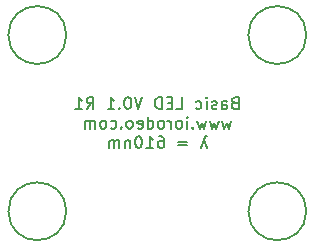
<source format=gbr>
%TF.GenerationSoftware,KiCad,Pcbnew,5.1.7-a382d34a8~87~ubuntu18.04.1*%
%TF.CreationDate,2023-06-06T11:19:10-07:00*%
%TF.ProjectId,basic_led,62617369-635f-46c6-9564-2e6b69636164,rev?*%
%TF.SameCoordinates,Original*%
%TF.FileFunction,Legend,Bot*%
%TF.FilePolarity,Positive*%
%FSLAX46Y46*%
G04 Gerber Fmt 4.6, Leading zero omitted, Abs format (unit mm)*
G04 Created by KiCad (PCBNEW 5.1.7-a382d34a8~87~ubuntu18.04.1) date 2023-06-06 11:19:10*
%MOMM*%
%LPD*%
G01*
G04 APERTURE LIST*
%ADD10C,0.150000*%
G04 APERTURE END LIST*
D10*
X69247619Y-58278571D02*
X69104761Y-58326190D01*
X69057142Y-58373809D01*
X69009523Y-58469047D01*
X69009523Y-58611904D01*
X69057142Y-58707142D01*
X69104761Y-58754761D01*
X69200000Y-58802380D01*
X69580952Y-58802380D01*
X69580952Y-57802380D01*
X69247619Y-57802380D01*
X69152380Y-57850000D01*
X69104761Y-57897619D01*
X69057142Y-57992857D01*
X69057142Y-58088095D01*
X69104761Y-58183333D01*
X69152380Y-58230952D01*
X69247619Y-58278571D01*
X69580952Y-58278571D01*
X68152380Y-58802380D02*
X68152380Y-58278571D01*
X68200000Y-58183333D01*
X68295238Y-58135714D01*
X68485714Y-58135714D01*
X68580952Y-58183333D01*
X68152380Y-58754761D02*
X68247619Y-58802380D01*
X68485714Y-58802380D01*
X68580952Y-58754761D01*
X68628571Y-58659523D01*
X68628571Y-58564285D01*
X68580952Y-58469047D01*
X68485714Y-58421428D01*
X68247619Y-58421428D01*
X68152380Y-58373809D01*
X67723809Y-58754761D02*
X67628571Y-58802380D01*
X67438095Y-58802380D01*
X67342857Y-58754761D01*
X67295238Y-58659523D01*
X67295238Y-58611904D01*
X67342857Y-58516666D01*
X67438095Y-58469047D01*
X67580952Y-58469047D01*
X67676190Y-58421428D01*
X67723809Y-58326190D01*
X67723809Y-58278571D01*
X67676190Y-58183333D01*
X67580952Y-58135714D01*
X67438095Y-58135714D01*
X67342857Y-58183333D01*
X66866666Y-58802380D02*
X66866666Y-58135714D01*
X66866666Y-57802380D02*
X66914285Y-57850000D01*
X66866666Y-57897619D01*
X66819047Y-57850000D01*
X66866666Y-57802380D01*
X66866666Y-57897619D01*
X65961904Y-58754761D02*
X66057142Y-58802380D01*
X66247619Y-58802380D01*
X66342857Y-58754761D01*
X66390476Y-58707142D01*
X66438095Y-58611904D01*
X66438095Y-58326190D01*
X66390476Y-58230952D01*
X66342857Y-58183333D01*
X66247619Y-58135714D01*
X66057142Y-58135714D01*
X65961904Y-58183333D01*
X64295238Y-58802380D02*
X64771428Y-58802380D01*
X64771428Y-57802380D01*
X63961904Y-58278571D02*
X63628571Y-58278571D01*
X63485714Y-58802380D02*
X63961904Y-58802380D01*
X63961904Y-57802380D01*
X63485714Y-57802380D01*
X63057142Y-58802380D02*
X63057142Y-57802380D01*
X62819047Y-57802380D01*
X62676190Y-57850000D01*
X62580952Y-57945238D01*
X62533333Y-58040476D01*
X62485714Y-58230952D01*
X62485714Y-58373809D01*
X62533333Y-58564285D01*
X62580952Y-58659523D01*
X62676190Y-58754761D01*
X62819047Y-58802380D01*
X63057142Y-58802380D01*
X61438095Y-57802380D02*
X61104761Y-58802380D01*
X60771428Y-57802380D01*
X60247619Y-57802380D02*
X60152380Y-57802380D01*
X60057142Y-57850000D01*
X60009523Y-57897619D01*
X59961904Y-57992857D01*
X59914285Y-58183333D01*
X59914285Y-58421428D01*
X59961904Y-58611904D01*
X60009523Y-58707142D01*
X60057142Y-58754761D01*
X60152380Y-58802380D01*
X60247619Y-58802380D01*
X60342857Y-58754761D01*
X60390476Y-58707142D01*
X60438095Y-58611904D01*
X60485714Y-58421428D01*
X60485714Y-58183333D01*
X60438095Y-57992857D01*
X60390476Y-57897619D01*
X60342857Y-57850000D01*
X60247619Y-57802380D01*
X59485714Y-58707142D02*
X59438095Y-58754761D01*
X59485714Y-58802380D01*
X59533333Y-58754761D01*
X59485714Y-58707142D01*
X59485714Y-58802380D01*
X58485714Y-58802380D02*
X59057142Y-58802380D01*
X58771428Y-58802380D02*
X58771428Y-57802380D01*
X58866666Y-57945238D01*
X58961904Y-58040476D01*
X59057142Y-58088095D01*
X56723809Y-58802380D02*
X57057142Y-58326190D01*
X57295238Y-58802380D02*
X57295238Y-57802380D01*
X56914285Y-57802380D01*
X56819047Y-57850000D01*
X56771428Y-57897619D01*
X56723809Y-57992857D01*
X56723809Y-58135714D01*
X56771428Y-58230952D01*
X56819047Y-58278571D01*
X56914285Y-58326190D01*
X57295238Y-58326190D01*
X55771428Y-58802380D02*
X56342857Y-58802380D01*
X56057142Y-58802380D02*
X56057142Y-57802380D01*
X56152380Y-57945238D01*
X56247619Y-58040476D01*
X56342857Y-58088095D01*
X68938095Y-59785714D02*
X68747619Y-60452380D01*
X68557142Y-59976190D01*
X68366666Y-60452380D01*
X68176190Y-59785714D01*
X67890476Y-59785714D02*
X67700000Y-60452380D01*
X67509523Y-59976190D01*
X67319047Y-60452380D01*
X67128571Y-59785714D01*
X66842857Y-59785714D02*
X66652380Y-60452380D01*
X66461904Y-59976190D01*
X66271428Y-60452380D01*
X66080952Y-59785714D01*
X65700000Y-60357142D02*
X65652380Y-60404761D01*
X65700000Y-60452380D01*
X65747619Y-60404761D01*
X65700000Y-60357142D01*
X65700000Y-60452380D01*
X65223809Y-60452380D02*
X65223809Y-59785714D01*
X65223809Y-59452380D02*
X65271428Y-59500000D01*
X65223809Y-59547619D01*
X65176190Y-59500000D01*
X65223809Y-59452380D01*
X65223809Y-59547619D01*
X64604761Y-60452380D02*
X64700000Y-60404761D01*
X64747619Y-60357142D01*
X64795238Y-60261904D01*
X64795238Y-59976190D01*
X64747619Y-59880952D01*
X64700000Y-59833333D01*
X64604761Y-59785714D01*
X64461904Y-59785714D01*
X64366666Y-59833333D01*
X64319047Y-59880952D01*
X64271428Y-59976190D01*
X64271428Y-60261904D01*
X64319047Y-60357142D01*
X64366666Y-60404761D01*
X64461904Y-60452380D01*
X64604761Y-60452380D01*
X63842857Y-60452380D02*
X63842857Y-59785714D01*
X63842857Y-59976190D02*
X63795238Y-59880952D01*
X63747619Y-59833333D01*
X63652380Y-59785714D01*
X63557142Y-59785714D01*
X63080952Y-60452380D02*
X63176190Y-60404761D01*
X63223809Y-60357142D01*
X63271428Y-60261904D01*
X63271428Y-59976190D01*
X63223809Y-59880952D01*
X63176190Y-59833333D01*
X63080952Y-59785714D01*
X62938095Y-59785714D01*
X62842857Y-59833333D01*
X62795238Y-59880952D01*
X62747619Y-59976190D01*
X62747619Y-60261904D01*
X62795238Y-60357142D01*
X62842857Y-60404761D01*
X62938095Y-60452380D01*
X63080952Y-60452380D01*
X61890476Y-60452380D02*
X61890476Y-59452380D01*
X61890476Y-60404761D02*
X61985714Y-60452380D01*
X62176190Y-60452380D01*
X62271428Y-60404761D01*
X62319047Y-60357142D01*
X62366666Y-60261904D01*
X62366666Y-59976190D01*
X62319047Y-59880952D01*
X62271428Y-59833333D01*
X62176190Y-59785714D01*
X61985714Y-59785714D01*
X61890476Y-59833333D01*
X61033333Y-60404761D02*
X61128571Y-60452380D01*
X61319047Y-60452380D01*
X61414285Y-60404761D01*
X61461904Y-60309523D01*
X61461904Y-59928571D01*
X61414285Y-59833333D01*
X61319047Y-59785714D01*
X61128571Y-59785714D01*
X61033333Y-59833333D01*
X60985714Y-59928571D01*
X60985714Y-60023809D01*
X61461904Y-60119047D01*
X60414285Y-60452380D02*
X60509523Y-60404761D01*
X60557142Y-60357142D01*
X60604761Y-60261904D01*
X60604761Y-59976190D01*
X60557142Y-59880952D01*
X60509523Y-59833333D01*
X60414285Y-59785714D01*
X60271428Y-59785714D01*
X60176190Y-59833333D01*
X60128571Y-59880952D01*
X60080952Y-59976190D01*
X60080952Y-60261904D01*
X60128571Y-60357142D01*
X60176190Y-60404761D01*
X60271428Y-60452380D01*
X60414285Y-60452380D01*
X59652380Y-60357142D02*
X59604761Y-60404761D01*
X59652380Y-60452380D01*
X59700000Y-60404761D01*
X59652380Y-60357142D01*
X59652380Y-60452380D01*
X58747619Y-60404761D02*
X58842857Y-60452380D01*
X59033333Y-60452380D01*
X59128571Y-60404761D01*
X59176190Y-60357142D01*
X59223809Y-60261904D01*
X59223809Y-59976190D01*
X59176190Y-59880952D01*
X59128571Y-59833333D01*
X59033333Y-59785714D01*
X58842857Y-59785714D01*
X58747619Y-59833333D01*
X58176190Y-60452380D02*
X58271428Y-60404761D01*
X58319047Y-60357142D01*
X58366666Y-60261904D01*
X58366666Y-59976190D01*
X58319047Y-59880952D01*
X58271428Y-59833333D01*
X58176190Y-59785714D01*
X58033333Y-59785714D01*
X57938095Y-59833333D01*
X57890476Y-59880952D01*
X57842857Y-59976190D01*
X57842857Y-60261904D01*
X57890476Y-60357142D01*
X57938095Y-60404761D01*
X58033333Y-60452380D01*
X58176190Y-60452380D01*
X57414285Y-60452380D02*
X57414285Y-59785714D01*
X57414285Y-59880952D02*
X57366666Y-59833333D01*
X57271428Y-59785714D01*
X57128571Y-59785714D01*
X57033333Y-59833333D01*
X56985714Y-59928571D01*
X56985714Y-60452380D01*
X56985714Y-59928571D02*
X56938095Y-59833333D01*
X56842857Y-59785714D01*
X56700000Y-59785714D01*
X56604761Y-59833333D01*
X56557142Y-59928571D01*
X56557142Y-60452380D01*
X66628571Y-61435714D02*
X66866666Y-62102380D01*
X66866666Y-61102380D02*
X66771428Y-61102380D01*
X66723809Y-61150000D01*
X66628571Y-61435714D01*
X66390476Y-62102380D01*
X65247619Y-61578571D02*
X64485714Y-61578571D01*
X64485714Y-61864285D02*
X65247619Y-61864285D01*
X62819047Y-61102380D02*
X63009523Y-61102380D01*
X63104761Y-61150000D01*
X63152380Y-61197619D01*
X63247619Y-61340476D01*
X63295238Y-61530952D01*
X63295238Y-61911904D01*
X63247619Y-62007142D01*
X63200000Y-62054761D01*
X63104761Y-62102380D01*
X62914285Y-62102380D01*
X62819047Y-62054761D01*
X62771428Y-62007142D01*
X62723809Y-61911904D01*
X62723809Y-61673809D01*
X62771428Y-61578571D01*
X62819047Y-61530952D01*
X62914285Y-61483333D01*
X63104761Y-61483333D01*
X63200000Y-61530952D01*
X63247619Y-61578571D01*
X63295238Y-61673809D01*
X61771428Y-62102380D02*
X62342857Y-62102380D01*
X62057142Y-62102380D02*
X62057142Y-61102380D01*
X62152380Y-61245238D01*
X62247619Y-61340476D01*
X62342857Y-61388095D01*
X61152380Y-61102380D02*
X61057142Y-61102380D01*
X60961904Y-61150000D01*
X60914285Y-61197619D01*
X60866666Y-61292857D01*
X60819047Y-61483333D01*
X60819047Y-61721428D01*
X60866666Y-61911904D01*
X60914285Y-62007142D01*
X60961904Y-62054761D01*
X61057142Y-62102380D01*
X61152380Y-62102380D01*
X61247619Y-62054761D01*
X61295238Y-62007142D01*
X61342857Y-61911904D01*
X61390476Y-61721428D01*
X61390476Y-61483333D01*
X61342857Y-61292857D01*
X61295238Y-61197619D01*
X61247619Y-61150000D01*
X61152380Y-61102380D01*
X60390476Y-61435714D02*
X60390476Y-62102380D01*
X60390476Y-61530952D02*
X60342857Y-61483333D01*
X60247619Y-61435714D01*
X60104761Y-61435714D01*
X60009523Y-61483333D01*
X59961904Y-61578571D01*
X59961904Y-62102380D01*
X59485714Y-62102380D02*
X59485714Y-61435714D01*
X59485714Y-61530952D02*
X59438095Y-61483333D01*
X59342857Y-61435714D01*
X59200000Y-61435714D01*
X59104761Y-61483333D01*
X59057142Y-61578571D01*
X59057142Y-62102380D01*
X59057142Y-61578571D02*
X59009523Y-61483333D01*
X58914285Y-61435714D01*
X58771428Y-61435714D01*
X58676190Y-61483333D01*
X58628571Y-61578571D01*
X58628571Y-62102380D01*
%TO.C,M4*%
X54990000Y-67460000D02*
G75*
G03*
X54990000Y-67460000I-2450000J0D01*
G01*
%TO.C,M3*%
X75310000Y-67460000D02*
G75*
G03*
X75310000Y-67460000I-2450000J0D01*
G01*
%TO.C,M2*%
X75310000Y-52540000D02*
G75*
G03*
X75310000Y-52540000I-2450000J0D01*
G01*
%TO.C,M1*%
X54990000Y-52540000D02*
G75*
G03*
X54990000Y-52540000I-2450000J0D01*
G01*
%TD*%
M02*

</source>
